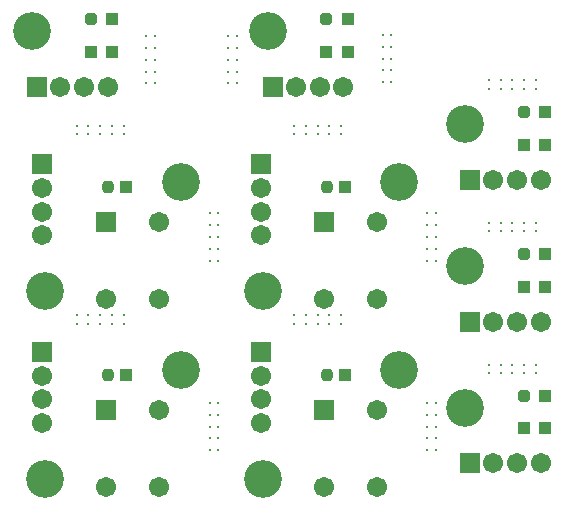
<source format=gbs>
G04*
G04 #@! TF.GenerationSoftware,Altium Limited,Altium Designer,20.1.8 (145)*
G04*
G04 Layer_Color=16711935*
%FSLAX25Y25*%
%MOIN*%
G70*
G04*
G04 #@! TF.SameCoordinates,4EEE358A-EBC4-4D44-B4B5-89C592D5BD6F*
G04*
G04*
G04 #@! TF.FilePolarity,Negative*
G04*
G01*
G75*
G04:AMPARAMS|DCode=32|XSize=39.5mil|YSize=39.5mil|CornerRadius=11.87mil|HoleSize=0mil|Usage=FLASHONLY|Rotation=0.000|XOffset=0mil|YOffset=0mil|HoleType=Round|Shape=RoundedRectangle|*
%AMROUNDEDRECTD32*
21,1,0.03950,0.01575,0,0,0.0*
21,1,0.01575,0.03950,0,0,0.0*
1,1,0.02375,0.00787,-0.00787*
1,1,0.02375,-0.00787,-0.00787*
1,1,0.02375,-0.00787,0.00787*
1,1,0.02375,0.00787,0.00787*
%
%ADD32ROUNDEDRECTD32*%
%ADD33R,0.03950X0.03950*%
%ADD34C,0.00922*%
%ADD35C,0.00800*%
%ADD36C,0.06706*%
%ADD37R,0.06706X0.06706*%
%ADD38C,0.12611*%
%ADD39R,0.06706X0.06706*%
%ADD40R,0.03950X0.04147*%
G04:AMPARAMS|DCode=41|XSize=41.47mil|YSize=39.5mil|CornerRadius=11.87mil|HoleSize=0mil|Usage=FLASHONLY|Rotation=270.000|XOffset=0mil|YOffset=0mil|HoleType=Round|Shape=RoundedRectangle|*
%AMROUNDEDRECTD41*
21,1,0.04147,0.01575,0,0,270.0*
21,1,0.01772,0.03950,0,0,270.0*
1,1,0.02375,-0.00787,-0.00886*
1,1,0.02375,-0.00787,0.00886*
1,1,0.02375,0.00787,0.00886*
1,1,0.02375,0.00787,-0.00886*
%
%ADD41ROUNDEDRECTD41*%
D32*
X35602Y42764D02*
D03*
X108437D02*
D03*
X35602Y105362D02*
D03*
X108437D02*
D03*
D33*
X41508Y42764D02*
D03*
X114342D02*
D03*
X41508Y105362D02*
D03*
X114342D02*
D03*
D34*
X174213Y138189D02*
D03*
X170275D02*
D03*
X162401D02*
D03*
X166339D02*
D03*
Y140945D02*
D03*
X162401D02*
D03*
X170275D02*
D03*
X174213D02*
D03*
X127165Y152165D02*
D03*
Y148228D02*
D03*
Y140354D02*
D03*
Y144291D02*
D03*
X129921D02*
D03*
Y140354D02*
D03*
Y148228D02*
D03*
Y152165D02*
D03*
X75591Y151772D02*
D03*
Y147835D02*
D03*
Y139961D02*
D03*
Y143898D02*
D03*
X78347D02*
D03*
Y139961D02*
D03*
Y147835D02*
D03*
Y151772D02*
D03*
X50984Y151772D02*
D03*
Y147835D02*
D03*
Y139961D02*
D03*
Y143898D02*
D03*
X48228D02*
D03*
Y139961D02*
D03*
Y147835D02*
D03*
Y151772D02*
D03*
X141929Y84818D02*
D03*
Y80881D02*
D03*
Y88755D02*
D03*
Y92692D02*
D03*
X174213Y90748D02*
D03*
X170275D02*
D03*
X162401D02*
D03*
X166339D02*
D03*
Y93504D02*
D03*
X162401D02*
D03*
X170275D02*
D03*
X174213D02*
D03*
X69488Y84818D02*
D03*
Y80881D02*
D03*
Y88755D02*
D03*
Y92692D02*
D03*
X36811Y125763D02*
D03*
X32874D02*
D03*
X25000D02*
D03*
X28937D02*
D03*
Y123007D02*
D03*
X25000D02*
D03*
X32874D02*
D03*
X36811D02*
D03*
X144685Y92692D02*
D03*
Y88755D02*
D03*
Y80881D02*
D03*
Y84818D02*
D03*
X109252Y125763D02*
D03*
X105315D02*
D03*
X97441D02*
D03*
X101378D02*
D03*
Y123007D02*
D03*
X97441D02*
D03*
X105315D02*
D03*
X109252D02*
D03*
X72244Y92692D02*
D03*
Y88755D02*
D03*
Y80881D02*
D03*
Y84818D02*
D03*
Y21654D02*
D03*
Y17717D02*
D03*
Y25591D02*
D03*
Y29528D02*
D03*
X174213Y46260D02*
D03*
X170275D02*
D03*
X162401D02*
D03*
X166339D02*
D03*
Y43504D02*
D03*
X162401D02*
D03*
X170275D02*
D03*
X174213D02*
D03*
X109252Y59842D02*
D03*
X105315D02*
D03*
X97441D02*
D03*
X101378D02*
D03*
Y62598D02*
D03*
X97441D02*
D03*
X105315D02*
D03*
X109252D02*
D03*
X141929Y29528D02*
D03*
Y25591D02*
D03*
Y17717D02*
D03*
Y21654D02*
D03*
X144685D02*
D03*
Y17717D02*
D03*
Y25591D02*
D03*
Y29528D02*
D03*
X36811Y59842D02*
D03*
X32874D02*
D03*
X25000D02*
D03*
X28937D02*
D03*
Y62598D02*
D03*
X25000D02*
D03*
X32874D02*
D03*
X36811D02*
D03*
X69488Y29528D02*
D03*
Y25591D02*
D03*
Y17717D02*
D03*
Y21654D02*
D03*
D35*
X178149Y138189D02*
D03*
Y140945D02*
D03*
X127165Y156102D02*
D03*
X129921D02*
D03*
X75591Y155709D02*
D03*
X78347D02*
D03*
X50984Y155709D02*
D03*
X48228D02*
D03*
X141929Y96629D02*
D03*
X178149Y90748D02*
D03*
Y93504D02*
D03*
X69488Y96629D02*
D03*
X40748Y125763D02*
D03*
Y123007D02*
D03*
X144685Y96629D02*
D03*
X113189Y125763D02*
D03*
Y123007D02*
D03*
X72244Y96629D02*
D03*
Y33465D02*
D03*
X178149Y46260D02*
D03*
Y43504D02*
D03*
X113189Y59842D02*
D03*
Y62598D02*
D03*
X141929Y33465D02*
D03*
X144685D02*
D03*
X40748Y59842D02*
D03*
Y62598D02*
D03*
X69488Y33465D02*
D03*
D36*
X113925Y138878D02*
D03*
X98177D02*
D03*
X106051D02*
D03*
X35354D02*
D03*
X19606D02*
D03*
X27480D02*
D03*
X13555Y26728D02*
D03*
Y42476D02*
D03*
Y34602D02*
D03*
X34618Y5559D02*
D03*
X52335D02*
D03*
Y31150D02*
D03*
X86390Y26728D02*
D03*
Y42476D02*
D03*
Y34602D02*
D03*
X107453Y5559D02*
D03*
X125169D02*
D03*
Y31150D02*
D03*
X13555Y89327D02*
D03*
Y105075D02*
D03*
Y97201D02*
D03*
X34618Y68158D02*
D03*
X52335D02*
D03*
Y93748D02*
D03*
X86390Y89327D02*
D03*
Y105075D02*
D03*
Y97201D02*
D03*
X107453Y68158D02*
D03*
X125169D02*
D03*
Y93748D02*
D03*
X179673Y13287D02*
D03*
X163925D02*
D03*
X171799D02*
D03*
X179673Y60532D02*
D03*
X163925D02*
D03*
X171799D02*
D03*
X179673Y107776D02*
D03*
X163925D02*
D03*
X171799D02*
D03*
D37*
X90303Y138878D02*
D03*
X11732D02*
D03*
X156051Y13287D02*
D03*
Y60532D02*
D03*
Y107776D02*
D03*
D38*
X88803Y157378D02*
D03*
X10232D02*
D03*
X59618Y44339D02*
D03*
X14343Y8118D02*
D03*
X132453Y44339D02*
D03*
X87177Y8118D02*
D03*
X59618Y106937D02*
D03*
X14343Y70717D02*
D03*
X132453Y106937D02*
D03*
X87177Y70717D02*
D03*
X154551Y31787D02*
D03*
Y79031D02*
D03*
Y126276D02*
D03*
D39*
X13555Y50350D02*
D03*
X34618Y31150D02*
D03*
X86390Y50350D02*
D03*
X107453Y31150D02*
D03*
X13555Y112949D02*
D03*
X34618Y93748D02*
D03*
X86390Y112949D02*
D03*
X107453Y93748D02*
D03*
D40*
X115303Y150551D02*
D03*
X108217D02*
D03*
X115303Y161378D02*
D03*
X36732Y150551D02*
D03*
X29646D02*
D03*
X36732Y161378D02*
D03*
X181051Y24961D02*
D03*
X173965D02*
D03*
X181051Y35787D02*
D03*
Y72205D02*
D03*
X173965D02*
D03*
X181051Y83031D02*
D03*
Y119449D02*
D03*
X173965D02*
D03*
X181051Y130276D02*
D03*
D41*
X108217Y161378D02*
D03*
X29646D02*
D03*
X173965Y35787D02*
D03*
Y83031D02*
D03*
Y130276D02*
D03*
M02*

</source>
